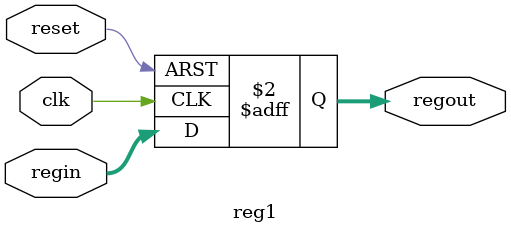
<source format=v>
`timescale 1ns / 1ps
module reg1( clk, reset, regin, regout);
    input clk, reset;
	 input [31:0] regin;
    output reg [31:0] regout;
	 
   always @(posedge clk or posedge reset)
		if (reset) begin
			regout <= 1'b0;
		end else begin
			regout <= regin;
		end

endmodule

</source>
